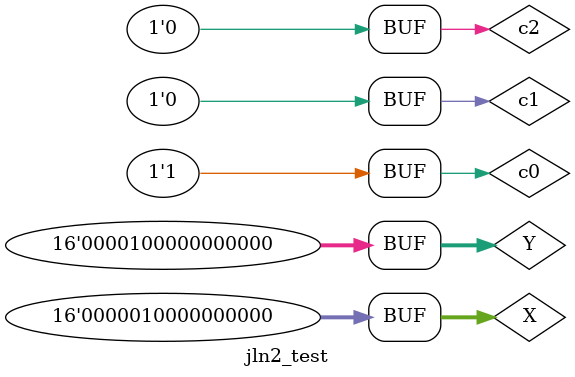
<source format=v>
`timescale 1ns / 1ps


module jln2_test;

	// Inputs
	reg c2;
	reg c1;
	reg c0;
	reg [15:0] X;
	reg [15:0] Y;

	// Outputs
	wire [15:0] Xnew;
	wire [15:0] Ynew;

	// Instantiate the Unit Under Test (UUT)
	iter_jln2 uut (
		.c2(c2), 
		.c1(c1), 
		.c0(c0), 
		.X(X), 
		.Y(Y), 
		.Xnew(Xnew), 
		.Ynew(Ynew)
	);

	initial begin
		// Initialize Inputs
		c2 = 0;
		c1 = 0;
		c0 = 0;
		X = 0;
		Y = 0;

		// Wait 100 ns for global reset to finish
		#100;
       
		c2 = 0;
		c1 = 0;
		c0 = 1;
		X = 1024;
		Y = 2048;
		// Add stimulus here

	end
      
endmodule


</source>
